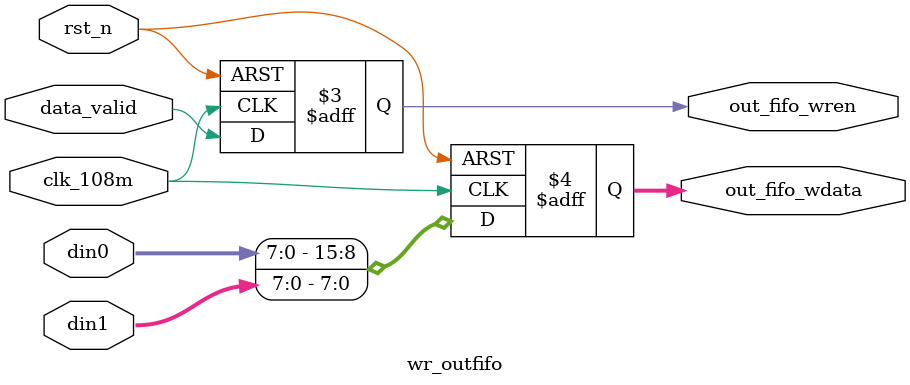
<source format=v>
module wr_outfifo
			(
			rst_n,
			clk_108m,
			//
			data_valid,
			din0,
			din1,
			
			out_fifo_wren,
			out_fifo_wdata
			);
/***********************\
parameter declare
\***********************/
parameter		U_DLY = 1;
/***********************\
Port declare
\***********************/
input										rst_n;
input										clk_108m;

input										data_valid;
input[7:0]							din0;
input[7:0]							din1;

output									out_fifo_wren;
output[15:0]						out_fifo_wdata;
reg											out_fifo_wren;
reg		[15:0]						out_fifo_wdata;
always @( posedge clk_108m or negedge rst_n )
begin
		if( ~rst_n )
		begin
				out_fifo_wren		<= 1'b0;
				out_fifo_wdata	<= 18'b0;
		end
		else
		begin
				out_fifo_wren		<= data_valid;
				out_fifo_wdata	<= {din0[7:0],din1[7:0]};
		end
end
endmodule
</source>
